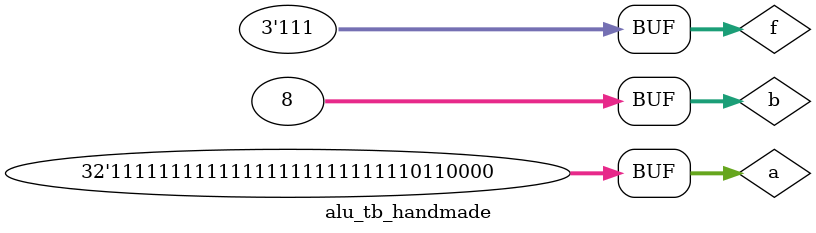
<source format=v>
`timescale 1ns / 1ps


module alu_tb_handmade();
    reg signed [31:0] a, b;
    reg [2:0] f;
    wire [31:0] y;
    wire [2:0] t;

    alu #(.WIDTH(32)) ALU (.a(a), .b(b), .f(f), .y(y), .t(t));


    initial begin
        // binary and decimal aritmetic test
        a = 5; b = 11; 
        f = 0; #1; f = 1; #1; f = 2; #1; f = 3; #1; f = 4; #1;
        a = 3; b = -4; 
        f = 0; #1; f = 1; #1; f = 2; #1; f = 3; #1; f = 4; #1;
        a = -5; b = -7; 
        f = 0; #1; f = 1; #1; f = 2; #1; f = 3; #1; f = 4; #1;
        a = 6; b = 6; 
        f = 0; #1; f = 1; #1; f = 2; #1; f = 3; #1; f = 4; #1;

        #2;

        // binary shift test
        a = 32'b1010_1001; b = 4;
        f = 5; #1; f = 6; #1; f = 7; #1;
        a = 32'b1111_1111_1111_1111_1111_1111_1011_0000; b = 8;
        f = 5; #1; f = 6; #1; f = 7; #1;
    end
endmodule

</source>
